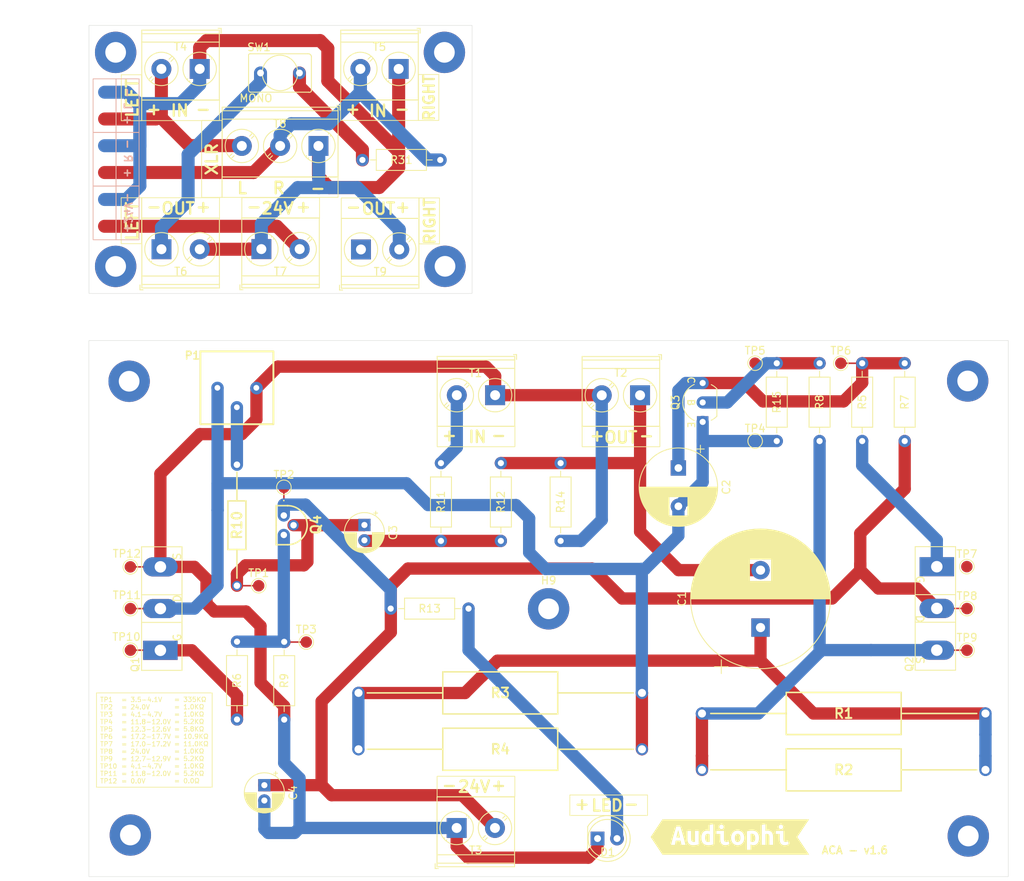
<source format=kicad_pcb>
(kicad_pcb (version 20240108) (generator "pcbnew") (generator_version "8.0")
  (layers (0 "F.Cu" signal) (31 "B.Cu" signal) (34 "B.Paste" user) (35 "F.Paste" user) (36 "B.SilkS" user "B.Silkscreen") (37 "F.SilkS" user "F.Silkscreen") (38 "B.Mask" user) (39 "F.Mask" user) (44 "Edge.Cuts" user))
  (net 0 "")
  (net 1 "Net-(Q4-G)")
  (net 2 "Net-(D1-Pad2)")
  (net 3 "Net-(Q1-G)")
  (net 4 "Net-(R31-Pad2)")
  (net 5 "Net-(T4-Pad2)")
  (net 6 "OUT_L-")
  (net 7 "OUT_L+")
  (net 8 "+24V")
  (net 9 "OUT_R-")
  (net 10 "+24V__LEFT")
  (net 11 "OUT__L-")
  (net 12 "IN__L+")
  (net 13 "Net-(C1-Pad1)")
  (net 14 "Net-(Q3-C)")
  (net 15 "Net-(Q1-D)")
  (net 16 "Net-(C3-Pad2)")
  (net 17 "Net-(Q2-G)")
  (net 18 "Net-(Q2-S)")
  (net 19 "Net-(Q3-B)")
  (net 20 "Net-(Q4-S)")
  (net 21 "Net-(SW1-B)")
  (net 22 "OUT__L+")
  (net 32 "Net-(VR1-WIPER)")
  (footprint "Resistor_THT:R_Axial_DIN0207_L6.3mm_D2.5mm_P10.16mm_Horizontal" (layer "F.Cu") (at 143.8 118.76)
    (property "Reference" "R13")
    (property "Value" "10k Ω")
  )
  (footprint "Samacsys:RESAD1575W64L635D235" (layer "F.Cu") (at 123.73 99.9705 -90)
    (property "Reference" "R10")
    (property "Value" "332K Ω" (hide yes))
  )
  (footprint "LED_THT:LED_D5.0mm" (layer "F.Cu") (at 170.8 148.79)
    (property "Reference" "D1")
    (property "Value" "LED_5mm")
  )
  (footprint "Samacsys:RESAD3700W85L1500D550" (layer "F.Cu") (at 184.4305 139.82)
    (property "Reference" "R2")
    (property "Value" "0.47 Ω, 3W, 5%" (hide yes))
  )
  (footprint "Resistor_THT:R_Axial_DIN0207_L6.3mm_D2.5mm_P10.16mm_Horizontal" (layer "F.Cu") (at 194.19 86.72 -90)
    (property "Reference" "R15")
    (property "Value" "2.21k Ω")
  )
  (footprint "TerminalBlock_Phoenix:TerminalBlock_Phoenix_PT-1,5-2-5.0-H_1x02_P5.00mm_Horizontal" (layer "F.Cu") (at 126.92 71.81)
    (property "Reference" "T7")
    (property "Value" "IN+24V_P5.00mm")
  )
  (footprint "TestPoint:TestPoint_Pad_D1.5mm" (layer "F.Cu") (at 129.86 102.92)
    (property "Reference" "TP2")
    (property "Value" "24V")
  )
  (footprint "TerminalBlock_Phoenix:TerminalBlock_Phoenix_PT-1,5-2-5.0-H_1x02_P5.00mm_Horizontal" (layer "F.Cu") (at 113.88 71.83)
    (property "Reference" "T6")
    (property "Value" "OUT_L_P5.00mm")
  )
  (footprint "kibuzzard-673FAD82" (layer "F.Cu") (at 188.07 148.59)
    (property "Reference" "kibuzzard-673FAD82" (hide yes))
    (property "Value" "G***" (hide yes))
  )
  (footprint "Resistor_THT:R_Axial_DIN0207_L6.3mm_D2.5mm_P10.16mm_Horizontal" (layer "F.Cu") (at 210.89 96.88 90)
    (property "Reference" "R7")
    (property "Value" "10k Ω")
  )
  (footprint "PCM_Package_TO_SOT_THT_AKL:TO-92_Inline_Wide_EBC" (layer "F.Cu") (at 184.52 94.38 90)
    (property "Reference" "Q3")
    (property "Value" "ZTX450" (hide yes))
  )
  (footprint "TestPoint:TestPoint_Pad_D1.5mm" (layer "F.Cu") (at 109.83 118.76)
    (property "Reference" "TP11")
    (property "Value" "11.8-12V/5.2KΩ")
  )
  (footprint "TestPoint:TestPoint_Pad_D1.5mm" (layer "F.Cu") (at 219 113.28)
    (property "Reference" "TP7")
    (property "Value" "17.0-17.2V")
  )
  (footprint "Resistor_THT:R_Axial_DIN0207_L6.3mm_D2.5mm_P10.16mm_Horizontal" (layer "F.Cu") (at 205.34 86.72 -90)
    (property "Reference" "R5")
    (property "Value" "100 Ω")
  )
  (footprint "TerminalBlock_Phoenix:TerminalBlock_Phoenix_PT-1,5-3-5.0-H_1x03_P5.00mm_Horizontal" (layer "F.Cu") (at 134.37 58.34 180)
    (property "Reference" "T8")
    (property "Value" "XLR_IN_P5.00mm")
  )
  (footprint "MountingHole:MountingHole_2.7mm_Pad" (layer "F.Cu") (at 150.89 74.06)
    (property "Reference" "H4" (hide yes))
    (property "Value" "MountingHole_Pad")
  )
  (footprint "TestPoint:TestPoint_Pad_D1.5mm" (layer "F.Cu") (at 109.82 113.31)
    (property "Reference" "TP12")
    (property "Value" "0V/0Ω")
  )
  (footprint "MountingHole:MountingHole_2.7mm_Pad" (layer "F.Cu") (at 150.81 46.12)
    (property "Reference" "H2" (hide yes))
    (property "Value" "MountingHole_Pad")
  )
  (footprint "MountingHole:MountingHole_2.7mm_Pad" (layer "F.Cu") (at 219.19 148.46)
    (property "Reference" "H8" (hide yes))
    (property "Value" "MountingHole_Pad")
  )
  (footprint "PCM_Package_TO_SOT_THT_AKL:TO-247-3_Vertical_GDS" (layer "F.Cu") (at 215.08 113.29 -90)
    (property "Reference" "Q2")
    (property "Value" "IRFP240" (hide yes))
  )
  (footprint "TestPoint:TestPoint_Pad_D1.5mm" (layer "F.Cu") (at 191.36 86.71)
    (property "Reference" "TP5")
    (property "Value" "12.3-12.6V")
  )
  (footprint "MountingHole:MountingHole_2.7mm_Pad" (layer "F.Cu") (at 107.9 74.07)
    (property "Reference" "H3" (hide yes))
    (property "Value" "MountingHole_Pad")
  )
  (footprint "Resistor_THT:R_Axial_DIN0207_L6.3mm_D2.5mm_P10.16mm_Horizontal" (layer "F.Cu") (at 123.74 123.08 -90)
    (property "Reference" "R6")
    (property "Value" "100 Ω")
  )
  (footprint "TestPoint:TestPoint_Pad_D1.5mm" (layer "F.Cu") (at 132.78 123.13)
    (property "Reference" "TP3")
    (property "Value" "4.1-4.7V")
  )
  (footprint "TerminalBlock_Phoenix:TerminalBlock_Phoenix_PT-1,5-2-5.0-H_1x02_P5.00mm_Horizontal" (layer "F.Cu") (at 139.92 71.86)
    (property "Reference" "T9")
    (property "Value" "OUT_R_P5.00mm")
  )
  (footprint "TerminalBlock_Phoenix:TerminalBlock_Phoenix_PT-1,5-2-5.0-H_1x02_P5.00mm_Horizontal" (layer "F.Cu") (at 152.41 147.41)
    (property "Reference" "T3")
    (property "Value" "S+24V_IN_L_P5.00mm")
  )
  (footprint "Resistor_THT:R_Axial_DIN0207_L6.3mm_D2.5mm_P10.16mm_Horizontal" (layer "F.Cu") (at 199.78 86.72 -90)
    (property "Reference" "R8")
    (property "Value" "1k Ω")
  )
  (footprint "TerminalBlock_Phoenix:TerminalBlock_Phoenix_PT-1,5-2-5.0-H_1x02_P5.00mm_Horizontal" (layer "F.Cu") (at 118.87 48.28 180)
    (property "Reference" "T4")
    (property "Value" "IN_L_P5.00mm")
  )
  (footprint "Resistor_THT:R_Axial_DIN0207_L6.3mm_D2.5mm_P10.16mm_Horizontal" (layer "F.Cu") (at 165.98 99.76 -90)
    (property "Reference" "R14")
    (property "Value" "1k Ω")
  )
  (footprint "Capacitor_THT:CP_Radial_D10.0mm_P5.00mm" (layer "F.Cu") (at 181.35 100.4 -90)
    (property "Reference" "C2")
    (property "Value" "1000uF, 16V")
  )
  (footprint "Capacitor_THT:CP_Radial_D5.0mm_P2.00mm" (layer "F.Cu") (at 127.31 141.82 -90)
    (property "Reference" "C4")
    (property "Value" "10uF, 25V")
  )
  (footprint "Resistor_THT:R_Axial_DIN0207_L6.3mm_D2.5mm_P10.16mm_Horizontal" (layer "F.Cu") (at 150.36 99.76 -90)
    (property "Reference" "R11")
    (property "Value" "10k Ω")
  )
  (footprint "Resistor_THT:R_Axial_DIN0207_L6.3mm_D2.5mm_P10.16mm_Horizontal" (layer "F.Cu") (at 158.18 109.92 90)
    (property "Reference" "R12")
    (property "Value" "39.2k Ω")
  )
  (footprint "TerminalBlock_Phoenix:TerminalBlock_Phoenix_PT-1,5-2-5.0-H_1x02_P5.00mm_Horizontal" (layer "F.Cu") (at 176.35 90.9 180)
    (property "Reference" "T2")
    (property "Value" "OUT_L_P5.00mm")
  )
  (footprint "MountingHole:MountingHole_2.7mm_Pad" (layer "F.Cu") (at 164.41 118.79)
    (property "Reference" "H9")
    (property "Value" "MountingHole_Pad")
  )
  (footprint "TestPoint:TestPoint_Pad_D1.5mm" (layer "F.Cu") (at 202.55 86.72)
    (property "Reference" "TP6")
    (property "Value" "17.2-17.7V")
  )
  (footprint "MountingHole:MountingHole_2.7mm_Pad" (layer "F.Cu") (at 107.9 46.12)
    (property "Reference" "H1" (hide yes))
    (property "Value" "MountingHole_Pad")
  )
  (footprint "TestPoint:TestPoint_Pad_D1.5mm" (layer "F.Cu") (at 126.57 115.77)
    (property "Reference" "TP1")
    (property "Value" "3.5-4.1V")
  )
  (footprint "TestPoint:TestPoint_Pad_D1.5mm" (layer "F.Cu") (at 191.37 96.88)
    (property "Reference" "TP4")
    (property "Value" "11.8-12V")
  )
  (footprint "TerminalBlock_Phoenix:TerminalBlock_Phoenix_PT-1,5-2-5.0-H_1x02_P5.00mm_Horizontal" (layer "F.Cu") (at 157.43 90.89 180)
    (property "Reference" "T1")
    (property "Value" "IN_L_P5.00mm")
  )
  (footprint "Samacsys:2SK170" (layer "F.Cu") (at 129.85 106.6 -90)
    (property "Reference" "Q4")
    (property "Value" "2SK170" (hide yes))
  )
  (footprint "Resistor_THT:R_Axial_DIN0207_L6.3mm_D2.5mm_P10.16mm_Horizontal" (layer "F.Cu") (at 129.9 123.1 -90)
    (property "Reference" "R9")
    (property "Value" "1k Ω")
  )
  (footprint "TestPoint:TestPoint_Pad_D1.5mm" (layer "F.Cu") (at 109.83 124.19)
    (property "Reference" "TP10")
    (property "Value" "4.1-4.7V")
  )
  (footprint "TestPoint:TestPoint_Pad_D1.5mm" (layer "F.Cu") (at 219.02 118.76)
    (property "Reference" "TP8")
    (property "Value" "24V")
  )
  (footprint "Capacitor_THT:CP_Radial_D5.0mm_P2.00mm" (layer "F.Cu") (at 140.37 107.84 -90)
    (property "Reference" "C3")
    (property "Value" "10uF, 25V")
  )
  (footprint "Samacsys:RESAD3700W85L1500D550" (layer "F.Cu") (at 139.6005 137.13)
    (property "Reference" "R4")
    (property "Value" "0.68 Ω, 3W, 5%" (hide yes))
  )
  (footprint "PCM_4ms_Switch:Switch_Toggle_SPST_SubMini" (layer "F.Cu") (at 129.35 48.81 90)
    (property "Reference" "SW1")
    (property "Value" "MONO")
  )
  (footprint "MountingHole:MountingHole_2.7mm_Pad" (layer "F.Cu") (at 219.11 89.03)
    (property "Reference" "H6" (hide yes))
    (property "Value" "MountingHole_Pad")
  )
  (footprint "TestPoint:TestPoint_Pad_D1.5mm" (layer "F.Cu") (at 219.02 124.2)
    (property "Reference" "TP9")
    (property "Value" "12.7-12.9V")
  )
  (footprint "Resistor_THT:R_Axial_DIN0207_L6.3mm_D2.5mm_P10.16mm_Horizontal" (layer "F.Cu") (at 140.11 60.17)
    (property "Reference" "R31")
    (property "Value" "39k")
  )
  (footprint "MountingHole:MountingHole_2.7mm_Pad" (layer "F.Cu") (at 109.66 89.07)
    (property "Reference" "H5" (hide yes))
    (property "Value" "MountingHole_Pad")
  )
  (footprint "PCM_Capacitor_THT_AKL:CP_Radial_D18.0mm_P7.50mm" (layer "F.Cu") (at 192.07 121.24 90)
    (property "Reference" "C1")
    (property "Value" "3300uF, 50V" (hide yes))
  )
  (footprint "Samacsys:RESAD3700W85L1500D550" (layer "F.Cu") (at 139.6005 129.77)
    (property "Reference" "R3")
    (property "Value" "0.68 Ω, 3W, 5%" (hide yes))
  )
  (footprint "TerminalBlock_Phoenix:TerminalBlock_Phoenix_PT-1,5-2-5.0-H_1x02_P5.00mm_Horizontal" (layer "F.Cu") (at 144.84 48.28 180)
    (property "Reference" "T5")
    (property "Value" "IN_R_P5.00mm")
  )
  (footprint "PCM_Package_TO_SOT_THT_AKL:TO-247-3_Vertical_GDS" (layer "F.Cu") (at 113.74 124.21 90)
    (property "Reference" "Q1")
    (property "Value" "IRFP240" (hide yes))
  )
  (footprint "Samacsys:RESAD3700W85L1500D550" (layer "F.Cu") (at 184.4305 132.46)
    (property "Reference" "R1")
    (property "Value" "0.47 Ω, 3W, 5%" (hide yes))
  )
  (footprint "MountingHole:MountingHole_2.7mm_Pad" (layer "F.Cu") (at 109.82 148.33)
    (property "Reference" "H7" (hide yes))
    (property "Value" "MountingHole_Pad")
  )
  (footprint "Samacsys:3386P_1" (layer "B.Cu") (at 118.95724 85.1465)
    (property "Reference" "VR1" (hide yes))
    (property "Value" "3386P-1-502LF" (hide yes))
  )
  (gr_rect (start 104.96 56.58) (end 107.96 63.58) (stroke (width 0.1)) (fill none) (layer "B.SilkS"))
  (gr_rect (start 107.96 49.57) (end 110.96 56.57) (stroke (width 0.1)) (fill none) (layer "B.SilkS"))
  (gr_rect (start 104.96 63.59) (end 107.96 70.59) (stroke (width 0.1)) (fill none) (layer "B.SilkS"))
  (gr_rect (start 107.96 63.59) (end 110.96 70.59) (stroke (width 0.1)) (fill none) (layer "B.SilkS"))
  (gr_rect (start 104.96 49.57) (end 107.96 56.57) (stroke (width 0.1)) (fill none) (layer "B.SilkS"))
  (gr_rect (start 107.96 56.57) (end 110.96 63.57) (stroke (width 0.1)) (fill none) (layer "B.SilkS"))
  (gr_rect (start 111.31 65.1) (end 121.45 67.77) (stroke (width 0.1)) (fill none) (layer "F.SilkS"))
  (gr_rect (start 167.18 143.1) (end 177.32 145.77) (stroke (width 0.1)) (fill none) (layer "F.SilkS"))
  (gr_rect (start 111.3 52.36) (end 121.44 55.03) (stroke (width 0.1)) (fill none) (layer "F.SilkS"))
  (gr_rect (start 119.125 55.02) (end 121.795 65.06) (stroke (width 0.1)) (fill none) (layer "F.SilkS"))
  (gr_rect (start 108.635 49.04) (end 111.305 55.04) (stroke (width 0.1)) (fill none) (layer "F.SilkS"))
  (gr_rect (start 137.26 52.34) (end 147.4 55.01) (stroke (width 0.1)) (fill none) (layer "F.SilkS"))
  (gr_rect (start 121.8 62.39) (end 136.93 65.06) (stroke (width 0.1)) (fill none) (layer "F.SilkS"))
  (gr_rect (start 147.495 65.13) (end 150.165 71.13) (stroke (width 0.1)) (fill none) (layer "F.SilkS"))
  (gr_rect (start 149.86 140.66) (end 160 143.33) (stroke (width 0.1)) (fill none) (layer "F.SilkS"))
  (gr_rect (start 124.37 65.095) (end 134.51 67.765) (stroke (width 0.1)) (fill none) (layer "F.SilkS"))
  (gr_rect (start 118.96 85.17) (end 128.49 94.68) (stroke (width 0.25)) (fill none) (layer "F.SilkS"))
  (gr_rect (start 168.79 94.96) (end 178.93 97.62) (stroke (width 0.1)) (fill none) (layer "F.SilkS"))
  (gr_rect (start 108.625 65.1) (end 111.295 71.1) (stroke (width 0.1)) (fill none) (layer "F.SilkS"))
  (gr_rect (start 149.87 94.95) (end 160.01 97.62) (stroke (width 0.1)) (fill none) (layer "F.SilkS"))
  (gr_rect (start 105.4 129.77) (end 120.5 142.09) (stroke (width 0.1)) (fill none) (layer "F.SilkS"))
  (gr_rect (start 137.35 65.13) (end 147.49 67.8) (stroke (width 0.1)) (fill none) (layer "F.SilkS"))
  (gr_rect (start 147.41 49.01) (end 150.08 55.01) (stroke (width 0.1)) (fill none) (layer "F.SilkS"))
  (gr_rect (start 104.41 83.76) (end 224.41 153.76) (stroke (width 0.05)) (fill none) (layer "Edge.Cuts"))
  (gr_rect (start 104.42 42.6) (end 154.42 77.6) (stroke (width 0.05)) (fill none) (layer "Edge.Cuts"))
  (gr_text "+ L -" (at 108.9 55.7 -90) (layer "B.SilkS") (effects (font (size 1 1) (thickness 0.2) (bold yes)) (justify left bottom mirror)))
  (gr_text "+24V-" (at 108.93 69.84 -90) (layer "B.SilkS") (effects (font (size 1 1) (thickness 0.2) (bold yes)) (justify left bottom mirror)))
  (gr_text "+ R -" (at 108.92 62.62 -90) (layer "B.SilkS") (effects (font (size 1 1) (thickness 0.2) (bold yes)) (justify left bottom mirror)))
  (gr_text "+    -" (at 167.65 145.14 0) (layer "F.SilkS") (effects (font (size 1.5 1.5) (thickness 0.3) (bold yes)) (justify left bottom)))
  (gr_text "24V" (at 126.77 67.375 0) (layer "F.SilkS") (effects (font (size 1.5 1.5) (thickness 0.3) (bold yes)) (justify left bottom)))
  (gr_text "+    -" (at 137.73 54.38 0) (layer "F.SilkS") (effects (font (size 1.5 1.5) (thickness 0.3) (bold yes)) (justify left bottom)))
  (gr_text "+    -" (at 169.63 97.03 0) (layer "F.SilkS") (effects (font (size 1.5 1.5) (thickness 0.3) (bold yes)) (justify left bottom)))
  (gr_text "OUT" (at 171.49 97.29 0) (layer "F.SilkS") (effects (font (size 1.5 1.5) (thickness 0.3) (bold yes)) (justify left bottom)))
  (gr_text "P1" (at 116.8 86.29 0) (layer "F.SilkS") (effects (font (size 1 1) (thickness 0.2) (bold yes)) (justify left bottom)))
  (gr_text "  ACA - v1.6" (at 198.414857 150.90147 0) (layer "F.SilkS") (effects (font (size 1 1) (thickness 0.2) (bold yes)) (justify left bottom)))
  (gr_text "-    +" (at 150.33 142.7 0) (layer "F.SilkS") (effects (font (size 1.5 1.5) (thickness 0.3) (bold yes)) (justify left bottom)))
  (gr_text "LED" (at 169.81 145.35 0) (layer "F.SilkS") (effects (font (size 1.5 1.5) (thickness 0.3) (bold yes)) (justify left bottom)))
  (gr_text "+    -" (at 111.77 54.4 0) (layer "F.SilkS") (effects (font (size 1.5 1.5) (thickness 0.3) (bold yes)) (justify left bottom)))
  (gr_text "LEFT" (at 110.93 70.86 90) (layer "F.SilkS") (effects (font (size 1.5 1.5) (thickness 0.3) (bold yes)) (justify left bottom)))
  (gr_text "TP1\nTP2\nTP3\nTP4\nTP5\nTP6\nTP7\nTP8\nTP9\nTP10\nTP11\nTP12" (at 105.82 141.63 0) (layer "F.SilkS") (effects (font (size 0.6 0.6) (thickness 0.1)) (justify left bottom)))
  (gr_text "24V" (at 152.42 142.9 0) (layer "F.SilkS") (effects (font (size 1.5 1.5) (thickness 0.3) (bold yes)) (justify left bottom)))
  (gr_text " L   R   -" (at 122.46 64.72 0) (layer "F.SilkS") (effects (font (size 1.5 1.5) (thickness 0.3) (bold yes)) (justify left bottom)))
  (gr_text "XLR" (at 121.33 62.33 90) (layer "F.SilkS") (effects (font (size 1.5 1.5) (thickness 0.3) (bold yes)) (justify left bottom)))
  (gr_text "= 3.5-4.1V\n= 24.0V\n= 4.1-4.7V\n= 11.8-12.0V\n= 12.3-12.6V\n= 17.2-17.7V\n= 17.0-17.2V\n= 24.0V\n= 12.7-12.9V\n= 4.1-4.7V\n= 11.8-12.0V\n= 0.0V" (at 108.58 141.63 0) (layer "F.SilkS") (effects (font (size 0.6 0.6) (thickness 0.1)) (justify left bottom)))
  (gr_text "OUT" (at 113.71 67.38 0) (layer "F.SilkS") (effects (font (size 1.5 1.5) (thickness 0.3) (bold yes)) (justify left bottom)))
  (gr_text "IN" (at 114.93 54.6 0) (layer "F.SilkS") (effects (font (size 1.5 1.5) (thickness 0.3) (bold yes)) (justify left bottom)))
  (gr_text "IN" (at 140.8 54.64 0) (layer "F.SilkS") (effects (font (size 1.5 1.5) (thickness 0.3) (bold yes)) (justify left bottom)))
  (gr_text "RIGHT" (at 149.71 71.38 90) (layer "F.SilkS") (effects (font (size 1.4 1.4) (thickness 0.3) (bold yes)) (justify left bottom)))
  (gr_text "= 335KΩ\n= 1.0KΩ\n= 1.0KΩ\n= 5.2KΩ\n= 5.8KΩ\n= 10.9KΩ\n= 11.0KΩ\n= 1.0KΩ\n= 5.2KΩ\n= 1.0KΩ\n= 5.2KΩ\n= 0.0Ω" (at 115.47 141.61 0) (layer "F.SilkS") (effects (font (size 0.6 0.6) (thickness 0.1)) (justify left bottom)))
  (gr_text "+    -" (at 150.34 96.99 0) (layer "F.SilkS") (effects (font (size 1.5 1.5) (thickness 0.3) (bold yes)) (justify left bottom)))
  (gr_text "OUT" (at 139.87 67.41 0) (layer "F.SilkS") (effects (font (size 1.5 1.5) (thickness 0.3) (bold yes)) (justify left bottom)))
  (gr_text "-    +" (at 111.78 67.14 0) (layer "F.SilkS") (effects (font (size 1.5 1.5) (thickness 0.3) (bold yes)) (justify left bottom)))
  (gr_text "-    +" (at 137.82 67.17 0) (layer "F.SilkS") (effects (font (size 1.5 1.5) (thickness 0.3) (bold yes)) (justify left bottom)))
  (gr_text "RIGHT" (at 149.625 55.26 90) (layer "F.SilkS") (effects (font (size 1.4 1.4) (thickness 0.3) (bold yes)) (justify left bottom)))
  (gr_text "-    +" (at 124.84 67.135 0) (layer "F.SilkS") (effects (font (size 1.5 1.5) (thickness 0.3) (bold yes)) (justify left bottom)))
  (gr_text "IN" (at 153.78 97.21 0) (layer "F.SilkS") (effects (font (size 1.5 1.5) (thickness 0.3) (bold yes)) (justify left bottom)))
  (gr_text "LEFT" (at 110.94 54.8 90) (layer "F.SilkS") (effects (font (size 1.5 1.5) (thickness 0.3) (bold yes)) (justify left bottom)))
  (segment (start 140.34 107.87) (end 131.12 107.87) (width 1.6) (layer "F.Cu") (net 1))
  (segment (start 126.57 115.77) (end 123.7305 115.77) (width 0.2) (layer "F.Cu") (net 1))
  (segment (start 132.46 113.11) (end 124.86 113.11) (width 1.6) (layer "F.Cu") (net 1))
  (segment (start 140.39 107.82) (end 140.34 107.87) (width 1.6) (layer "F.Cu") (net 1))
  (segment (start 132.93 107.94) (end 132.93 112.64) (width 1.6) (layer "F.Cu") (net 1))
  (segment (start 132.93 112.64) (end 132.46 113.11) (width 1.6) (layer "F.Cu") (net 1))
  (segment (start 123.73 114.24) (end 123.73 115.7705) (width 1.6) (layer "F.Cu") (net 1))
  (segment (start 132.873464 107.883464) (end 132.93 107.94) (width 1.6) (layer "F.Cu") (net 1))
  (segment (start 123.7305 115.77) (end 123.73 115.7705) (width 0.2) (layer "F.Cu") (net 1))
  (segment (start 124.86 113.11) (end 123.73 114.24) (width 1.6) (layer "F.Cu") (net 1))
  (segment (start 173.34 143.57) (end 153.96 124.19) (width 1.6) (layer "B.Cu") (net 2))
  (segment (start 173.34 148.79) (end 173.34 143.57) (width 1.6) (layer "B.Cu") (net 2))
  (segment (start 153.96 124.19) (end 153.96 118.76) (width 1.6) (layer "B.Cu") (net 2))
  (segment (start 123.74 130.11) (end 123.74 133.24) (width 1.6) (layer "F.Cu") (net 3))
  (segment (start 117.84 124.21) (end 123.74 130.11) (width 1.6) (layer "F.Cu") (net 3))
  (segment (start 109.83 124.19) (end 113.72 124.19) (width 0.2) (layer "F.Cu") (net 3))
  (segment (start 113.74 124.21) (end 117.84 124.21) (width 1.6) (layer "F.Cu") (net 3))
  (segment (start 113.72 124.19) (end 113.74 124.21) (width 0.2) (layer "F.Cu") (net 3))
  (segment (start 129.37 58.34) (end 125.9 61.81) (width 1.7) (layer "F.Cu") (net 4))
  (segment (start 125.9 61.81) (end 106.45 61.81) (width 1.7) (layer "F.Cu") (net 4))
  (segment (start 150.27 60.17) (end 148.64 60.17) (width 1.7) (layer "B.Cu") (net 4))
  (segment (start 148.64 60.17) (end 139.84 51.37) (width 1.7) (layer "B.Cu") (net 4))
  (segment (start 135.73 55.44) (end 130.82 55.44) (width 1.7) (layer "B.Cu") (net 4))
  (segment (start 139.84 51.33) (end 135.73 55.44) (width 1.7) (layer "B.Cu") (net 4))
  (segment (start 139.84 48.28) (end 139.84 51.33) (width 1.7) (layer "B.Cu") (net 4))
  (segment (start 139.84 51.37) (end 139.84 48.28) (width 1.7) (layer "B.Cu") (net 4))
  (segment (start 129.37 56.89) (end 129.37 58.34) (width 1.7) (layer "B.Cu") (net 4))
  (segment (start 130.82 55.44) (end 129.37 56.89) (width 1.7) (layer "B.Cu") (net 4))
  (segment (start 113.87 54.68) (end 113.28 54.68) (width 1.7) (layer "F.Cu") (net 5))
  (segment (start 113.87 54.68) (end 117.49 58.3) (width 1.7) (layer "F.Cu") (net 5))
  (segment (start 113.14 54.82) (end 106.46 54.82) (width 1.7) (layer "F.Cu") (net 5))
  (segment (start 113.87 48.28) (end 113.87 54.68) (width 1.7) (layer "F.Cu") (net 5))
  (segment (start 124.33 58.3) (end 124.37 58.34) (width 1.7) (layer "F.Cu") (net 5))
  (segment (start 113.28 54.68) (end 113.14 54.82) (width 1.7) (layer "F.Cu") (net 5))
  (segment (start 117.49 58.3) (end 124.33 58.3) (width 1.7) (layer "F.Cu") (net 5))
  (segment (start 126.81 48.81) (end 126.81 50.02) (width 1.7) (layer "B.Cu") (net 6))
  (segment (start 117.36 65.5) (end 113.88 68.98) (width 1.7) (layer "B.Cu") (net 6))
  (segment (start 126.81 50.02) (end 117.36 59.47) (width 1.7) (layer "B.Cu") (net 6))
  (segment (start 117.36 59.47) (end 117.36 65.5) (width 1.7) (layer "B.Cu") (net 6))
  (segment (start 113.88 68.98) (end 113.88 71.83) (width 1.7) (layer "B.Cu") (net 6))
  (segment (start 125.2983 71.83) (end 125.3183 71.81) (width 1.7) (layer "F.Cu") (net 7))
  (segment (start 118.88 71.83) (end 125.2983 71.83) (width 1.7) (layer "F.Cu") (net 7))
  (segment (start 142.29 63.77) (end 135.77 63.77) (width 1.7) (layer "F.Cu") (net 7))
  (segment (start 118.87 45.48) (end 119.77 44.58) (width 1.7) (layer "F.Cu") (net 7))
  (segment (start 134.58 44.58) (end 135.59 45.59) (width 1.7) (layer "F.Cu") (net 7))
  (segment (start 144.84 61.22) (end 142.29 63.77) (width 1.7) (layer "F.Cu") (net 7))
  (segment (start 118.87 48.28) (end 118.87 45.88) (width 1.7) (layer "F.Cu") (net 7))
  (segment (start 134.37 62.37) (end 134.37 58.34) (width 1.7) (layer "F.Cu") (net 7))
  (segment (start 135.77 63.77) (end 134.37 62.37) (width 1.7) (layer "F.Cu") (net 7))
  (segment (start 144.84 48.28) (end 144.84 61.22) (width 1.7) (layer "F.Cu") (net 7))
  (segment (start 126.92 71.81) (end 125.3183 71.81) (width 1.7) (layer "F.Cu") (net 7))
  (segment (start 118.87 48.28) (end 118.87 45.48) (width 1.7) (layer "F.Cu") (net 7))
  (segment (start 144.84 59.1) (end 144.84 59.11) (width 1.7) (layer "F.Cu") (net 7))
  (segment (start 135.59 45.59) (end 135.59 49.85) (width 1.7) (layer "F.Cu") (net 7))
  (segment (start 119.77 44.58) (end 134.58 44.58) (width 1.7) (layer "F.Cu") (net 7))
  (segment (start 135.59 49.85) (end 144.84 59.1) (width 1.7) (layer "F.Cu") (net 7))
  (segment (start 111.06 53.04) (end 111.06 55.44) (width 1.7) (layer "B.Cu") (net 7))
  (segment (start 110.83 52.81) (end 111.06 53.04) (width 1.7) (layer "B.Cu") (net 7))
  (segment (start 131.66 63.78) (end 126.92 68.52) (width 1.7) (layer "B.Cu") (net 7))
  (segment (start 116.36 52.81) (end 110.83 52.81) (width 1.7) (layer "B.Cu") (net 7))
  (segment (start 111.06 55.44) (end 111.06 63.56) (width 1.7) (layer "B.Cu") (net 7))
  (segment (start 144.92 69.26) (end 139.44 63.78) (width 1.7) (layer "B.Cu") (net 7))
  (segment (start 109.34 51.32) (end 106.46 51.32) (width 1.7) (layer "B.Cu") (net 7))
  (segment (start 144.92 71.86) (end 144.92 69.26) (width 1.7) (layer "B.Cu") (net 7))
  (segment (start 139.44 63.78) (end 134.5291 63.78) (width 1.7) (layer "B.Cu") (net 7))
  (segment (start 134.37 58.34) (end 134.41 58.38) (width 1.7) (layer "B.Cu") (net 7))
  (segment (start 134.41 58.38) (end 134.41 63.78) (width 1.7) (layer "B.Cu") (net 7))
  (segment (start 134.41 63.78) (end 131.66 63.78) (width 1.7) (layer "B.Cu") (net 7))
  (segment (start 111.04 58.31) (end 106.45 58.31) (width 1.7) (layer "B.Cu") (net 7))
  (segment (start 126.92 68.52) (end 126.92 71.81) (width 1.7) (layer "B.Cu") (net 7))
  (segment (start 118.87 48.28) (end 118.87 50.3) (width 1.7) (layer "B.Cu") (net 7))
  (segment (start 111.06 55.44) (end 111.06 58.33) (width 1.7) (layer "B.Cu") (net 7))
  (segment (start 110.83 52.81) (end 109.34 51.32) (width 1.7) (layer "B.Cu") (net 7))
  (segment (start 109.29 65.33) (end 106.45 65.33) (width 1.7) (layer "B.Cu") (net 7))
  (segment (start 111.06 63.56) (end 109.29 65.33) (width 1.7) (layer "B.Cu") (net 7))
  (segment (start 111.06 58.33) (end 111.04 58.31) (width 1.7) (layer "B.Cu") (net 7))
  (segment (start 118.87 50.3) (end 116.36 52.81) (width 1.7) (layer "B.Cu") (net 7))
  (segment (start 128.94 68.83) (end 106.45 68.83) (width 1.7) (layer "F.Cu") (net 8))
  (segment (start 131.92 71.81) (end 128.94 68.83) (width 1.7) (layer "F.Cu") (net 8))
  (segment (start 210.89 96.88) (end 210.89 103.13) (width 1.6) (layer "F.Cu") (net 10))
  (segment (start 127.31 141.82) (end 134.78 141.82) (width 1.6) (layer "F.Cu") (net 10))
  (segment (start 205.09 112.93) (end 205.09 113.75) (width 1.6) (layer "F.Cu") (net 10))
  (segment (start 136.09 143.13) (end 153.13 143.13) (width 1.6) (layer "F.Cu") (net 10))
  (segment (start 129.86 106.59) (end 129.85 106.6) (width 0.2) (layer "F.Cu") (net 10))
  (segment (start 205.09 113.76) (end 201.41 117.44) (width 1.6) (layer "F.Cu") (net 10))
  (segment (start 146.06 113.53) (end 143.8 115.79) (width 1.6) (layer "F.Cu") (net 10))
  (segment (start 174 117.44) (end 170.09 113.53) (width 1.6) (layer "F.Cu") (net 10))
  (segment (start 210.89 103.13) (end 205.09 108.93) (width 1.6) (layer "F.Cu") (net 10))
  (segment (start 205.09 113.75) (end 207.48 116.14) (width 1.6) (layer "F.Cu") (net 10))
  (segment (start 143.818 118.778) (end 143.818 121.842) (width 1.6) (layer "F.Cu") (net 10))
  (segment (start 143.8 118.76) (end 143.818 118.778) (width 1.6) (layer "F.Cu") (net 10))
  (segment (start 143.8 115.79) (end 143.8 118.76) (width 1.6) (layer "F.Cu") (net 10))
  (segment (start 207.48 116.14) (end 212.48 116.14) (width 1.6) (layer "F.Cu") (net 10))
  (segment (start 212.48 116.14) (end 215.08 118.74) (width 1.6) (layer "F.Cu") (net 10))
  (segment (start 201.41 117.44) (end 174 117.44) (width 1.6) (layer "F.Cu") (net 10))
  (segment (start 143.818 121.842) (end 134.78 130.88) (width 1.6) (layer "F.Cu") (net 10))
  (segment (start 205.09 113.75) (end 205.09 113.76) (width 1.6) (layer "F.Cu") (net 10))
  (segment (start 134.78 130.88) (end 134.78 141.82) (width 1.6) (layer "F.Cu") (net 10))
  (segment (start 129.86 102.92) (end 129.86 106.59) (width 0.2) (layer "F.Cu") (net 10))
  (segment (start 205.09 108.93) (end 205.09 113.75) (width 1.6) (layer "F.Cu") (net 10))
  (segment (start 219 118.74) (end 215.08 118.74) (width 0.2) (layer "F.Cu") (net 10))
  (segment (start 153.13 143.13) (end 157.41 147.41) (width 1.6) (layer "F.Cu") (net 10))
  (segment (start 134.78 141.82) (end 136.09 143.13) (width 1.6) (layer "F.Cu") (net 10))
  (segment (start 170.09 113.53) (end 146.06 113.53) (width 1.6) (layer "F.Cu") (net 10))
  (segment (start 132.68 105.18) (end 143.8 116.3) (width 1.6) (layer "B.Cu") (net 10))
  (segment (start 129.85 105.18) (end 132.68 105.18) (width 1.6) (layer "B.Cu") (net 10))
  (segment (start 143.8 116.3) (end 143.8 118.76) (width 1.6) (layer "B.Cu") (net 10))
  (segment (start 129.85 105.18) (end 129.85 106.6) (width 1.6) (layer "B.Cu") (net 10))
  (segment (start 158.18 99.76) (end 165.98 99.76) (width 1.6) (layer "F.Cu") (net 11))
  (segment (start 176.35 99.76) (end 165.98 99.76) (width 1.6) (layer "F.Cu") (net 11))
  (segment (start 192.07 113.74) (end 181.38 113.74) (width 1.6) (layer "F.Cu") (net 11))
  (segment (start 181.38 113.74) (end 176.35 108.71) (width 1.6) (layer "F.Cu") (net 11))
  (segment (start 176.35 108.71) (end 176.35 90.9) (width 1.6) (layer "F.Cu") (net 11))
  (segment (start 152.43 97.69) (end 150.36 99.76) (width 1.6) (layer "B.Cu") (net 12))
  (segment (start 152.43 90.89) (end 152.43 97.69) (width 1.6) (layer "B.Cu") (net 12))
  (segment (start 192.07 125.56) (end 157.74 125.56) (width 1.6) (layer "F.Cu") (net 13))
  (segment (start 192.07 121.24) (end 192.07 125.56) (width 1.6) (layer "F.Cu") (net 13))
  (segment (start 153.49 129.79) (end 139.6205 129.79) (width 1.6) (layer "F.Cu") (net 13))
  (segment (start 198.97 132.46) (end 221.4305 132.46) (width 1.6) (layer "F.Cu") (net 13))
  (segment (start 139.6205 129.79) (end 139.6005 129.77) (width 1.6) (layer "F.Cu") (net 13))
  (segment (start 155.694 127.586) (end 153.49 129.79) (width 1.6) (layer "F.Cu") (net 13))
  (segment (start 157.74 125.56) (end 155.714 127.586) (width 1.6) (layer "F.Cu") (net 13))
  (segment (start 192.07 125.56) (end 198.97 132.46) (width 1.6) (layer "F.Cu") (net 13))
  (segment (start 155.714 127.586) (end 155.694 127.586) (width 1.6) (layer "F.Cu") (net 13))
  (segment (start 139.58 129.7905) (end 139.58 137.1095) (width 1.6) (layer "B.Cu") (net 13))
  (segment (start 221.43 135.22) (end 221.4305 135.2195) (width 1.6) (layer "B.Cu") (net 13))
  (segment (start 221.43 135.22) (end 221.43 137.98) (width 1.6) (layer "B.Cu") (net 13))
  (segment (start 221.43 137.98) (end 221.4305 137.9805) (width 1.6) (layer "B.Cu") (net 13))
  (segment (start 221.43 132.46) (end 221.43 135.22) (width 1.6) (layer "B.Cu") (net 13))
  (segment (start 221.43 137.98) (end 221.43 139.82) (width 1.6) (layer "B.Cu") (net 13))
  (segment (start 221.4305 137.9805) (end 221.4305 139.82) (width 1.6) (layer "B.Cu") (net 13))
  (segment (start 139.6005 129.77) (end 139.58 129.7905) (width 1.6) (layer "B.Cu") (net 13))
  (segment (start 221.4305 135.2195) (end 221.4305 132.46) (width 1.6) (layer "B.Cu") (net 13))
  (segment (start 139.58 137.1095) (end 139.6005 137.13) (width 1.6) (layer "B.Cu") (net 13))
  (segment (start 205.34 86.72) (end 210.89 86.72) (width 1.6) (layer "F.Cu") (net 14))
  (segment (start 192.39 91.7) (end 202.91 91.7) (width 1.6) (layer "F.Cu") (net 14))
  (segment (start 202.55 86.72) (end 205.34 86.72) (width 0.2) (layer "F.Cu") (net 14))
  (segment (start 189.99 89.3) (end 192.39 91.7) (width 1.6) (layer "F.Cu") (net 14))
  (segment (start 202.91 91.7) (end 205.34 89.27) (width 1.6) (layer "F.Cu") (net 14))
  (segment (start 184.52 89.3) (end 189.99 89.3) (width 1.6) (layer "F.Cu") (net 14))
  (segment (start 205.34 89.27) (end 205.34 86.72) (width 1.6) (layer "F.Cu") (net 14))
  (segment (start 182.33 89.3) (end 184.52 89.3) (width 1.6) (layer "B.Cu") (net 14))
  (segment (start 181.35 100.4) (end 181.35 90.28) (width 1.6) (layer "B.Cu") (net 14))
  (segment (start 181.35 90.28) (end 182.33 89.3) (width 1.6) (layer "B.Cu") (net 14))
  (segment (start 109.83 118.76) (end 113.74 118.76) (width 0.2) (layer "F.Cu") (net 15))
  (segment (start 176.59 137.1195) (end 176.6005 137.13) (width 1.6) (layer "F.Cu") (net 15))
  (segment (start 191.37 96.88) (end 194.19 96.88) (width 0.2) (layer "F.Cu") (net 15))
  (segment (start 176.6205 129.79) (end 176.6005 129.77) (width 0.2) (layer "F.Cu") (net 15))
  (segment (start 176.59 129.7805) (end 176.59 137.1195) (width 1.6) (layer "F.Cu") (net 15))
  (segment (start 176.6105 137.14) (end 176.6005 137.13) (width 0.2) (layer "F.Cu") (net 15))
  (segment (start 176.6005 129.77) (end 176.59 129.7805) (width 1.6) (layer "F.Cu") (net 15))
  (segment (start 121.20276 105.92276) (end 121.20276 102.39) (width 1.6) (layer "B.Cu") (net 15))
  (segment (start 115.08 118.76) (end 113.74 118.76) (width 1.6) (layer "B.Cu") (net 15))
  (segment (start 184.52 96.88) (end 184.52 102.23) (width 1.6) (layer "B.Cu") (net 15))
  (segment (start 121.18224 89.9265) (end 121.20276 89.94702) (width 1.6) (layer "B.Cu") (net 15))
  (segment (start 145.85 102.39) (end 148.7 105.24) (width 1.6) (layer "B.Cu") (net 15))
  (segment (start 184.52 94.38) (end 184.52 96.88) (width 1.6) (layer "B.Cu") (net 15))
  (segment (start 148.7 105.24) (end 160.15 105.24) (width 1.6) (layer "B.Cu") (net 15))
  (segment (start 164.02 113.58) (end 176.57 113.58) (width 1.6) (layer "B.Cu") (net 15))
  (segment (start 160.15 105.24) (end 161.87 106.96) (width 1.6) (layer "B.Cu") (net 15))
  (segment (start 161.87 111.43) (end 164.02 113.58) (width 1.6) (layer "B.Cu") (net 15))
  (segment (start 176.5805 113.5905) (end 176.5805 129.75) (width 1.6) (layer "B.Cu") (net 15))
  (segment (start 184.52 96.88) (end 194.19 96.88) (width 1.6) (layer "B.Cu") (net 15))
  (segment (start 121.20276 105.92276) (end 121.2 105.92552) (width 1.6) (layer "B.Cu") (net 15))
  (segment (start 181.35 109.23) (end 177 113.58) (width 1.6) (layer "B.Cu") (net 15))
  (segment (start 184.52 102.23) (end 181.35 105.4) (width 1.6) (layer "B.Cu") (net 15))
  (segment (start 181.35 105.4) (end 181.35 109.23) (width 1.6) (layer "B.Cu") (net 15))
  (segment (start 161.87 106.96) (end 161.87 111.43) (width 1.6) (layer "B.Cu") (net 15))
  (segment (start 118.16 118.76) (end 113.74 118.76) (width 1.6) (layer "B.Cu") (net 15))
  (segment (start 176.5805 129.75) (end 176.6005 129.77) (width 1.6) (layer "B.Cu") (net 15))
  (segment (start 121.20276 102.39) (end 145.85 102.39) (width 1.6) (layer "B.Cu") (net 15))
  (segment (start 121.2 115.72) (end 118.16 118.76) (width 1.6) (layer "B.Cu") (net 15))
  (segment (start 121.2 105.92552) (end 121.2 115.72) (width 1.6) (layer "B.Cu") (net 15))
  (segment (start 177 113.58) (end 176.57 113.58) (width 1.6) (layer "B.Cu") (net 15))
  (segment (start 176.57 113.58) (end 176.5805 113.5905) (width 1.6) (layer "B.Cu") (net 15))
  (segment (start 121.20276 89.94702) (end 121.20276 105.92276) (width 1.6) (layer "B.Cu") (net 15))
  (segment (start 140.45 109.92) (end 140.37 109.84) (width 1.6) (layer "F.Cu") (net 16))
  (segment (start 158.18 109.92) (end 150.36 109.92) (width 1.6) (layer "F.Cu") (net 16))
  (segment (start 150.36 109.92) (end 140.45 109.92) (width 1.6) (layer "F.Cu") (net 16))
  (segment (start 205.34 100.07) (end 205.34 96.88) (width 1.6) (layer "B.Cu") (net 17))
  (segment (start 215.08 109.81) (end 205.34 100.07) (width 1.6) (layer "B.Cu") (net 17))
  (segment (start 215.08 113.29) (end 215.08 109.81) (width 1.6) (layer "B.Cu") (net 17))
  (segment (start 184.4305 132.46) (end 184.43 132.46) (width 1.6) (layer "F.Cu") (net 18))
  (segment (start 184.43 137.98) (end 184.4305 137.9805) (width 1.6) (layer "F.Cu") (net 18))
  (segment (start 215.08 124.19) (end 219.01 124.19) (width 0.2) (layer "F.Cu") (net 18))
  (segment (start 184.43 137.98) (end 184.43 139.82) (width 1.6) (layer "F.Cu") (net 18))
  (segment (start 184.43 132.46) (end 184.43 137.98) (width 1.6) (layer "F.Cu") (net 18))
  (segment (start 184.4305 137.9805) (end 184.4305 139.82) (width 1.6) (layer "F.Cu") (net 18))
  (segment (start 215.08 124.19) (end 215.07 124.18) (width 1.6) (layer "B.Cu") (net 18))
  (segment (start 184.4303 132.4597) (end 184.43 132.46) (width 1.6) (layer "B.Cu") (net 18))
  (segment (start 200.04 124.18) (end 191.7603 132.4597) (width 1.6) (layer "B.Cu") (net 18))
  (segment (start 206.49 124.18) (end 200.04 124.18) (width 1.6) (layer "B.Cu") (net 18))
  (segment (start 184.4305 132.46) (end 184.4303 132.4598) (width 1.6) (layer "B.Cu") (net 18))
  (segment (start 184.4303 132.4598) (end 184.4303 132.4597) (width 1.6) (layer "B.Cu") (net 18))
  (segment (start 199.78 96.88) (end 199.78 124.44) (width 1.6) (layer "B.Cu") (net 18))
  (segment (start 191.7603 132.4597) (end 184.4303 132.4597) (width 1.6) (layer "B.Cu") (net 18))
  (segment (start 215.07 124.18) (end 206.49 124.18) (width 1.6) (layer "B.Cu") (net 18))
  (segment (start 199.78 124.44) (end 200.04 124.18) (width 1.6) (layer "B.Cu") (net 18))
  (segment (start 191.36 86.71) (end 194.18 86.71) (width 0.2) (layer "F.Cu") (net 19))
  (segment (start 194.18 86.71) (end 194.19 86.72) (width 0.2) (layer "F.Cu") (net 19))
  (segment (start 199.78 86.72) (end 194.19 86.72) (width 1.6) (layer "F.Cu") (net 19))
  (segment (start 184.52 91.84) (end 187.72 91.84) (width 1.6) (layer "B.Cu") (net 19))
  (segment (start 187.72 91.84) (end 192.84 86.72) (width 1.6) (layer "B.Cu") (net 19))
  (segment (start 192.84 86.72) (end 194.19 86.72) (width 1.6) (layer "B.Cu") (net 19))
  (segment (start 132.78 123.13) (end 129.93 123.13) (width 0.2) (layer "F.Cu") (net 20))
  (segment (start 129.93 123.13) (end 129.9 123.1) (width 1.6) (layer "F.Cu") (net 20))
  (segment (start 129.87 123.1) (end 129.85 123.08) (width 1.6) (layer "B.Cu") (net 20))
  (segment (start 129.85 123.08) (end 123.74 123.08) (width 1.6) (layer "B.Cu") (net 20))
  (segment (start 129.85 109.14) (end 129.85 123.08) (width 1.6) (layer "B.Cu") (net 20))
  (segment (start 129.9 123.1) (end 129.87 123.1) (width 1.6) (layer "B.Cu") (net 20))
  (segment (start 131.89 50.6) (end 131.89 48.81) (width 1.7) (layer "F.Cu") (net 21))
  (segment (start 140.11 58.82) (end 131.89 50.6) (width 1.7) (layer "F.Cu") (net 21))
  (segment (start 140.11 60.17) (end 140.11 58.82) (width 1.7) (layer "F.Cu") (net 21))
  (segment (start 113.74 113.31) (end 118.17 113.31) (width 1.6) (layer "F.Cu") (net 22))
  (segment (start 171.34 90.89) (end 171.35 90.9) (width 1.6) (layer "F.Cu") (net 22))
  (segment (start 129.9 131.502742) (end 129.9 133.26) (width 1.6) (layer "F.Cu") (net 22))
  (segment (start 126.27776 89.9515) (end 126.27776 94.04524) (width 1.6) (layer "F.Cu") (net 22))
  (segment (start 157.43 90.89) (end 171.34 90.89) (width 1.6) (layer "F.Cu") (net 22))
  (segment (start 126.27776 94.04524) (end 124.343 95.98) (width 1.6) (layer "F.Cu") (net 22))
  (segment (start 124.343 95.98) (end 118.91 95.98) (width 1.6) (layer "F.Cu") (net 22))
  (segment (start 157.43 88.37) (end 156.22 87.16) (width 1.6) (layer "F.Cu") (net 22))
  (segment (start 126.81 128.412742) (end 129.9 131.502742) (width 1.6) (layer "F.Cu") (net 22))
  (segment (start 152.41 149.82) (end 152.41 147.41) (width 1.6) (layer "F.Cu") (net 22))
  (segment (start 126.81 121.04) (end 126.81 128.412742) (width 1.6) (layer "F.Cu") (net 22))
  (segment (start 118.17 113.31) (end 119.76 114.9) (width 1.6) (layer "F.Cu") (net 22))
  (segment (start 153.88 151.29) (end 152.41 149.82) (width 1.6) (layer "F.Cu") (net 22))
  (segment (start 156.22 87.16) (end 129.06926 87.16) (width 1.6) (layer "F.Cu") (net 22))
  (segment (start 170.8 148.79) (end 170.8 150.09) (width 1.6) (layer "F.Cu") (net 22))
  (segment (start 113.74 101.15) (end 113.74 113.31) (width 1.6) (layer "F.Cu") (net 22))
  (segment (start 109.82 113.31) (end 113.74 113.31) (width 0.2) (layer "F.Cu") (net 22))
  (segment (start 124.91 119.14) (end 126.81 121.04) (width 1.6) (layer "F.Cu") (net 22))
  (segment (start 118.91 95.98) (end 113.74 101.15) (width 1.6) (layer "F.Cu") (net 22))
  (segment (start 120.79 119.14) (end 124.91 119.14) (width 1.6) (layer "F.Cu") (net 22))
  (segment (start 119.76 114.9) (end 119.76 118.11) (width 1.6) (layer "F.Cu") (net 22))
  (segment (start 119.76 118.11) (end 120.79 119.14) (width 1.6) (layer "F.Cu") (net 22))
  (segment (start 170.8 150.09) (end 169.6 151.29) (width 1.6) (layer "F.Cu") (net 22))
  (segment (start 129.06926 87.16) (end 126.27776 89.9515) (width 1.6) (layer "F.Cu") (net 22))
  (segment (start 157.43 90.89) (end 157.43 88.37) (width 1.6) (layer "F.Cu") (net 22))
  (segment (start 169.6 151.29) (end 153.88 151.29) (width 1.6) (layer "F.Cu") (net 22))
  (segment (start 127.82 148.06) (end 127.31 147.55) (width 1.6) (layer "B.Cu") (net 22))
  (segment (start 129.9 138.92) (end 129.9 133.26) (width 1.6) (layer "B.Cu") (net 22))
  (segment (start 131.9 140.92) (end 129.9 138.92) (width 1.6) (layer "B.Cu") (net 22))
  (segment (start 127.31 147.55) (end 127.31 143.82) (width 1.6) (layer "B.Cu") (net 22))
  (segment (start 126.27776 89.9565) (end 126.2715 89.9565) (width 1.6) (layer "B.Cu") (net 22))
  (segment (start 168.61 109.92) (end 171.35 107.18) (width 1.6) (layer "B.Cu") (net 22))
  (segment (start 131.25 148.06) (end 127.82 148.06) (width 1.6) (layer "B.Cu") (net 22))
  (segment (start 131.9 147.41) (end 131.25 148.06) (width 1.6) (layer "B.Cu") (net 22))
  (segment (start 131.9 147.41) (end 131.9 140.92) (width 1.6) (layer "B.Cu") (net 22))
  (segment (start 165.98 109.92) (end 168.61 109.92) (width 1.6) (layer "B.Cu") (net 22))
  (segment (start 126.31 89.98874) (end 126.27776 89.9565) (width 1.6) (layer "B.Cu") (net 22))
  (segment (start 152.41 147.41) (end 131.9 147.41) (width 1.6) (layer "B.Cu") (net 22))
  (segment (start 171.35 107.18) (end 171.35 90.9) (width 1.6) (layer "B.Cu") (net 22))
  (segment (start 123.7305 99.97) (end 123.73 99.9705) (width 0.2) (layer "F.Cu") (net 32))
  (segment (start 123.72224 92.48098) (end 123.73776 92.4965) (width 1.2) (layer "B.Cu") (net 32))
  (segment (start 123.73 92.47426) (end 123.72224 92.4665) (width 1.6) (layer "B.Cu") (net 32))
  (segment (start 123.72224 92.4665) (end 123.72224 92.48098) (width 1.2) (layer "B.Cu") (net 32))
  (segment (start 123.73 99.9705) (end 123.73 92.47426) (width 1.6) (layer "B.Cu") (net 32))
)
</source>
